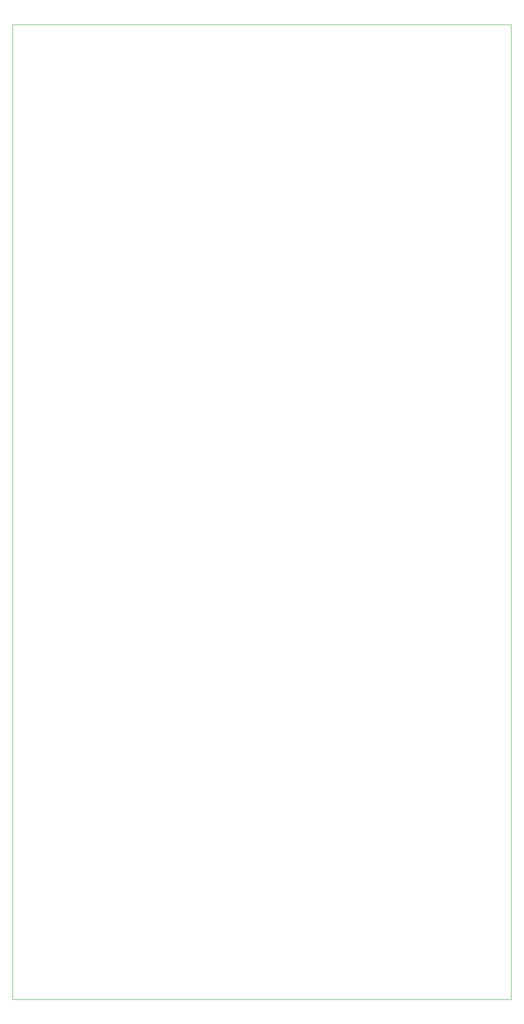
<source format=gbr>
%TF.GenerationSoftware,KiCad,Pcbnew,8.0.7*%
%TF.CreationDate,2025-01-05T21:02:15-05:00*%
%TF.ProjectId,rp2040-programmer-calculator-v2,72703230-3430-42d7-9072-6f6772616d6d,rev?*%
%TF.SameCoordinates,Original*%
%TF.FileFunction,Profile,NP*%
%FSLAX46Y46*%
G04 Gerber Fmt 4.6, Leading zero omitted, Abs format (unit mm)*
G04 Created by KiCad (PCBNEW 8.0.7) date 2025-01-05 21:02:15*
%MOMM*%
%LPD*%
G01*
G04 APERTURE LIST*
%TA.AperFunction,Profile*%
%ADD10C,0.050000*%
%TD*%
G04 APERTURE END LIST*
D10*
X20000000Y-20000000D02*
X125000000Y-20000000D01*
X125000000Y-225000000D01*
X20000000Y-225000000D01*
X20000000Y-20000000D01*
M02*

</source>
